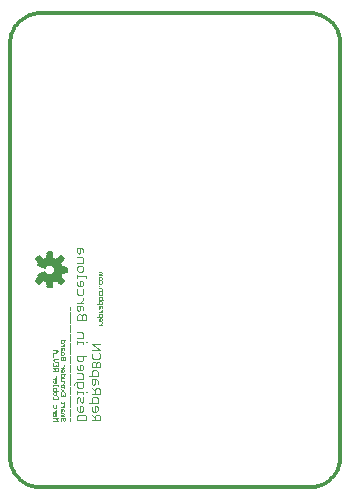
<source format=gbo>
G75*
%MOIN*%
%OFA0B0*%
%FSLAX24Y24*%
%IPPOS*%
%LPD*%
%AMOC8*
5,1,8,0,0,1.08239X$1,22.5*
%
%ADD10C,0.0120*%
%ADD11C,0.0030*%
%ADD12C,0.0010*%
%ADD13C,0.0059*%
D10*
X004883Y004781D02*
X013883Y004781D01*
X013943Y004783D01*
X014004Y004788D01*
X014063Y004797D01*
X014122Y004810D01*
X014181Y004826D01*
X014238Y004846D01*
X014293Y004869D01*
X014348Y004896D01*
X014400Y004925D01*
X014451Y004958D01*
X014500Y004994D01*
X014546Y005032D01*
X014590Y005074D01*
X014632Y005118D01*
X014670Y005164D01*
X014706Y005213D01*
X014739Y005264D01*
X014768Y005316D01*
X014795Y005371D01*
X014818Y005426D01*
X014838Y005483D01*
X014854Y005542D01*
X014867Y005601D01*
X014876Y005660D01*
X014881Y005721D01*
X014883Y005781D01*
X014883Y019581D01*
X014881Y019641D01*
X014876Y019702D01*
X014867Y019761D01*
X014854Y019820D01*
X014838Y019879D01*
X014818Y019936D01*
X014795Y019991D01*
X014768Y020046D01*
X014739Y020098D01*
X014706Y020149D01*
X014670Y020198D01*
X014632Y020244D01*
X014590Y020288D01*
X014546Y020330D01*
X014500Y020368D01*
X014451Y020404D01*
X014400Y020437D01*
X014348Y020466D01*
X014293Y020493D01*
X014238Y020516D01*
X014181Y020536D01*
X014122Y020552D01*
X014063Y020565D01*
X014004Y020574D01*
X013943Y020579D01*
X013883Y020581D01*
X004883Y020581D01*
X004823Y020579D01*
X004762Y020574D01*
X004703Y020565D01*
X004644Y020552D01*
X004585Y020536D01*
X004528Y020516D01*
X004473Y020493D01*
X004418Y020466D01*
X004366Y020437D01*
X004315Y020404D01*
X004266Y020368D01*
X004220Y020330D01*
X004176Y020288D01*
X004134Y020244D01*
X004096Y020198D01*
X004060Y020149D01*
X004027Y020098D01*
X003998Y020046D01*
X003971Y019991D01*
X003948Y019936D01*
X003928Y019879D01*
X003912Y019820D01*
X003899Y019761D01*
X003890Y019702D01*
X003885Y019641D01*
X003883Y019581D01*
X003883Y005781D01*
X003885Y005721D01*
X003890Y005660D01*
X003899Y005601D01*
X003912Y005542D01*
X003928Y005483D01*
X003948Y005426D01*
X003971Y005371D01*
X003998Y005316D01*
X004027Y005264D01*
X004060Y005213D01*
X004096Y005164D01*
X004134Y005118D01*
X004176Y005074D01*
X004220Y005032D01*
X004266Y004994D01*
X004315Y004958D01*
X004366Y004925D01*
X004418Y004896D01*
X004473Y004869D01*
X004528Y004846D01*
X004585Y004826D01*
X004644Y004810D01*
X004703Y004797D01*
X004762Y004788D01*
X004823Y004783D01*
X004883Y004781D01*
D11*
X006121Y007009D02*
X006121Y007154D01*
X006170Y007202D01*
X006363Y007202D01*
X006411Y007154D01*
X006411Y007009D01*
X006121Y007009D01*
X006170Y007304D02*
X006266Y007304D01*
X006315Y007352D01*
X006315Y007449D01*
X006266Y007497D01*
X006218Y007497D01*
X006218Y007304D01*
X006170Y007304D02*
X006121Y007352D01*
X006121Y007449D01*
X006121Y007598D02*
X006121Y007743D01*
X006170Y007792D01*
X006218Y007743D01*
X006218Y007647D01*
X006266Y007598D01*
X006315Y007647D01*
X006315Y007792D01*
X006315Y007893D02*
X006315Y007941D01*
X006121Y007941D01*
X006121Y007893D02*
X006121Y007990D01*
X006170Y008089D02*
X006121Y008138D01*
X006121Y008283D01*
X006073Y008283D02*
X006315Y008283D01*
X006315Y008138D01*
X006266Y008089D01*
X006170Y008089D01*
X006024Y008186D02*
X006024Y008234D01*
X006073Y008283D01*
X006121Y008384D02*
X006315Y008384D01*
X006315Y008529D01*
X006266Y008577D01*
X006121Y008577D01*
X006170Y008679D02*
X006266Y008679D01*
X006315Y008727D01*
X006315Y008824D01*
X006266Y008872D01*
X006218Y008872D01*
X006218Y008679D01*
X006170Y008679D02*
X006121Y008727D01*
X006121Y008824D01*
X006170Y008973D02*
X006266Y008973D01*
X006315Y009022D01*
X006315Y009167D01*
X006411Y009167D02*
X006121Y009167D01*
X006121Y009022D01*
X006170Y008973D01*
X006601Y008922D02*
X006601Y008777D01*
X006891Y008777D01*
X006891Y008922D01*
X006843Y008970D01*
X006795Y008970D01*
X006746Y008922D01*
X006746Y008777D01*
X006746Y008676D02*
X006650Y008676D01*
X006601Y008627D01*
X006601Y008482D01*
X006504Y008482D02*
X006795Y008482D01*
X006795Y008627D01*
X006746Y008676D01*
X006746Y008922D02*
X006698Y008970D01*
X006650Y008970D01*
X006601Y008922D01*
X006650Y009071D02*
X006601Y009120D01*
X006601Y009217D01*
X006650Y009265D01*
X006601Y009366D02*
X006891Y009366D01*
X006601Y009560D01*
X006891Y009560D01*
X006843Y009265D02*
X006891Y009217D01*
X006891Y009120D01*
X006843Y009071D01*
X006650Y009071D01*
X006460Y009611D02*
X006411Y009611D01*
X006315Y009611D02*
X006121Y009611D01*
X006121Y009563D02*
X006121Y009659D01*
X006121Y009759D02*
X006315Y009759D01*
X006315Y009904D01*
X006266Y009953D01*
X006121Y009953D01*
X006121Y010348D02*
X006121Y010493D01*
X006170Y010542D01*
X006218Y010542D01*
X006266Y010493D01*
X006266Y010348D01*
X006121Y010348D02*
X006411Y010348D01*
X006411Y010493D01*
X006363Y010542D01*
X006315Y010542D01*
X006266Y010493D01*
X006170Y010643D02*
X006218Y010691D01*
X006218Y010836D01*
X006266Y010836D02*
X006121Y010836D01*
X006121Y010691D01*
X006170Y010643D01*
X006315Y010691D02*
X006315Y010788D01*
X006266Y010836D01*
X006218Y010938D02*
X006315Y011034D01*
X006315Y011083D01*
X006266Y011183D02*
X006170Y011183D01*
X006121Y011232D01*
X006121Y011377D01*
X006170Y011478D02*
X006266Y011478D01*
X006315Y011526D01*
X006315Y011623D01*
X006266Y011671D01*
X006218Y011671D01*
X006218Y011478D01*
X006170Y011478D02*
X006121Y011526D01*
X006121Y011623D01*
X006121Y011772D02*
X006121Y011869D01*
X006121Y011821D02*
X006411Y011821D01*
X006411Y011772D01*
X006266Y011969D02*
X006170Y011969D01*
X006121Y012017D01*
X006121Y012114D01*
X006170Y012162D01*
X006266Y012162D01*
X006315Y012114D01*
X006315Y012017D01*
X006266Y011969D01*
X006315Y012264D02*
X006121Y012264D01*
X006121Y012457D02*
X006266Y012457D01*
X006315Y012409D01*
X006315Y012264D01*
X006170Y012558D02*
X006218Y012607D01*
X006218Y012752D01*
X006266Y012752D02*
X006121Y012752D01*
X006121Y012607D01*
X006170Y012558D01*
X006315Y012607D02*
X006315Y012703D01*
X006266Y012752D01*
X006315Y011377D02*
X006315Y011232D01*
X006266Y011183D01*
X006315Y010938D02*
X006121Y010938D01*
X006315Y009611D02*
X006315Y009563D01*
X006601Y008381D02*
X006601Y008236D01*
X006650Y008188D01*
X006698Y008236D01*
X006698Y008381D01*
X006746Y008381D02*
X006601Y008381D01*
X006746Y008381D02*
X006795Y008333D01*
X006795Y008236D01*
X006843Y008086D02*
X006746Y008086D01*
X006698Y008038D01*
X006698Y007893D01*
X006698Y007990D02*
X006601Y008086D01*
X006601Y007893D02*
X006891Y007893D01*
X006891Y008038D01*
X006843Y008086D01*
X006746Y007792D02*
X006650Y007792D01*
X006601Y007743D01*
X006601Y007598D01*
X006504Y007598D02*
X006795Y007598D01*
X006795Y007743D01*
X006746Y007792D01*
X006746Y007497D02*
X006698Y007497D01*
X006698Y007304D01*
X006746Y007304D02*
X006795Y007352D01*
X006795Y007449D01*
X006746Y007497D01*
X006601Y007449D02*
X006601Y007352D01*
X006650Y007304D01*
X006746Y007304D01*
X006746Y007202D02*
X006698Y007154D01*
X006698Y007009D01*
X006698Y007106D02*
X006601Y007202D01*
X006746Y007202D02*
X006843Y007202D01*
X006891Y007154D01*
X006891Y007009D01*
X006601Y007009D01*
X006460Y007941D02*
X006411Y007941D01*
D12*
X005880Y007983D02*
X005880Y007883D01*
X005880Y007836D02*
X005880Y007736D01*
X005880Y007688D02*
X005880Y007588D01*
X005880Y007541D02*
X005880Y007441D01*
X005880Y007394D02*
X005880Y007294D01*
X005880Y007246D02*
X005880Y007146D01*
X005880Y007099D02*
X005880Y006999D01*
X005715Y007024D02*
X005690Y006999D01*
X005665Y006999D01*
X005640Y007024D01*
X005640Y007074D01*
X005615Y007099D01*
X005590Y007099D01*
X005565Y007074D01*
X005565Y007024D01*
X005590Y006999D01*
X005475Y006999D02*
X005425Y007049D01*
X005475Y007099D01*
X005325Y007099D01*
X005350Y007146D02*
X005375Y007171D01*
X005375Y007246D01*
X005400Y007246D02*
X005325Y007246D01*
X005325Y007171D01*
X005350Y007146D01*
X005425Y007171D02*
X005425Y007221D01*
X005400Y007246D01*
X005375Y007294D02*
X005425Y007344D01*
X005425Y007369D01*
X005400Y007416D02*
X005350Y007416D01*
X005325Y007441D01*
X005325Y007516D01*
X005425Y007516D02*
X005425Y007441D01*
X005400Y007416D01*
X005425Y007294D02*
X005325Y007294D01*
X005565Y007319D02*
X005590Y007294D01*
X005615Y007319D01*
X005615Y007394D01*
X005640Y007394D02*
X005565Y007394D01*
X005565Y007319D01*
X005565Y007246D02*
X005640Y007246D01*
X005665Y007221D01*
X005640Y007196D01*
X005565Y007196D01*
X005565Y007146D02*
X005665Y007146D01*
X005665Y007171D01*
X005640Y007196D01*
X005690Y007099D02*
X005715Y007074D01*
X005715Y007024D01*
X005475Y006999D02*
X005325Y006999D01*
X005665Y007319D02*
X005665Y007369D01*
X005640Y007394D01*
X005615Y007441D02*
X005665Y007491D01*
X005665Y007516D01*
X005665Y007564D02*
X005665Y007614D01*
X005690Y007589D02*
X005590Y007589D01*
X005565Y007614D01*
X005450Y007711D02*
X005350Y007711D01*
X005325Y007736D01*
X005325Y007786D01*
X005350Y007811D01*
X005350Y007858D02*
X005325Y007883D01*
X005325Y007933D01*
X005350Y007958D01*
X005400Y007958D01*
X005425Y007933D01*
X005425Y007883D01*
X005400Y007858D01*
X005350Y007858D01*
X005450Y007811D02*
X005475Y007786D01*
X005475Y007736D01*
X005450Y007711D01*
X005565Y007809D02*
X005565Y007909D01*
X005565Y007957D02*
X005665Y008057D01*
X005665Y008104D02*
X005665Y008154D01*
X005690Y008129D02*
X005590Y008129D01*
X005565Y008154D01*
X005565Y008202D02*
X005665Y008202D01*
X005615Y008202D02*
X005665Y008252D01*
X005665Y008277D01*
X005665Y008325D02*
X005590Y008325D01*
X005565Y008350D01*
X005565Y008425D01*
X005665Y008425D01*
X005640Y008472D02*
X005665Y008497D01*
X005665Y008572D01*
X005715Y008572D02*
X005565Y008572D01*
X005565Y008497D01*
X005590Y008472D01*
X005640Y008472D01*
X005640Y008620D02*
X005665Y008645D01*
X005665Y008695D01*
X005640Y008720D01*
X005615Y008720D01*
X005615Y008620D01*
X005590Y008620D02*
X005640Y008620D01*
X005590Y008620D02*
X005565Y008645D01*
X005565Y008695D01*
X005565Y008767D02*
X005665Y008767D01*
X005615Y008767D02*
X005665Y008817D01*
X005665Y008842D01*
X005475Y008816D02*
X005475Y008916D01*
X005475Y008963D02*
X005375Y008963D01*
X005325Y009013D01*
X005375Y009063D01*
X005475Y009063D01*
X005565Y009037D02*
X005565Y009112D01*
X005590Y009137D01*
X005615Y009137D01*
X005640Y009112D01*
X005640Y009037D01*
X005565Y009037D02*
X005715Y009037D01*
X005715Y009112D01*
X005690Y009137D01*
X005665Y009137D01*
X005640Y009112D01*
X005640Y009184D02*
X005590Y009184D01*
X005565Y009209D01*
X005565Y009259D01*
X005590Y009284D01*
X005640Y009284D01*
X005665Y009259D01*
X005665Y009209D01*
X005640Y009184D01*
X005590Y009332D02*
X005615Y009357D01*
X005615Y009432D01*
X005640Y009432D02*
X005565Y009432D01*
X005565Y009357D01*
X005590Y009332D01*
X005665Y009357D02*
X005665Y009407D01*
X005640Y009432D01*
X005615Y009479D02*
X005665Y009529D01*
X005665Y009554D01*
X005640Y009602D02*
X005665Y009627D01*
X005665Y009702D01*
X005715Y009702D02*
X005565Y009702D01*
X005565Y009627D01*
X005590Y009602D01*
X005640Y009602D01*
X005665Y009479D02*
X005565Y009479D01*
X005425Y009358D02*
X005325Y009358D01*
X005400Y009358D02*
X005400Y009258D01*
X005425Y009258D02*
X005475Y009308D01*
X005425Y009358D01*
X005425Y009258D02*
X005325Y009258D01*
X005300Y009211D02*
X005300Y009111D01*
X005325Y008916D02*
X005325Y008816D01*
X005475Y008816D01*
X005450Y008769D02*
X005400Y008769D01*
X005375Y008744D01*
X005375Y008669D01*
X005325Y008669D02*
X005475Y008669D01*
X005475Y008744D01*
X005450Y008769D01*
X005400Y008816D02*
X005400Y008866D01*
X005325Y008769D02*
X005375Y008719D01*
X005425Y008474D02*
X005425Y008449D01*
X005375Y008399D01*
X005375Y008351D02*
X005375Y008251D01*
X005350Y008251D02*
X005400Y008251D01*
X005425Y008276D01*
X005425Y008326D01*
X005400Y008351D01*
X005375Y008351D01*
X005325Y008326D02*
X005325Y008276D01*
X005350Y008251D01*
X005325Y008203D02*
X005325Y008153D01*
X005325Y008178D02*
X005475Y008178D01*
X005475Y008153D01*
X005425Y008081D02*
X005425Y008006D01*
X005475Y008006D02*
X005325Y008006D01*
X005325Y008081D01*
X005350Y008106D01*
X005400Y008106D01*
X005425Y008081D01*
X005565Y008057D02*
X005665Y007957D01*
X005715Y007909D02*
X005715Y007809D01*
X005565Y007809D01*
X005640Y007809D02*
X005640Y007859D01*
X005880Y008030D02*
X005880Y008130D01*
X005880Y008178D02*
X005880Y008278D01*
X005880Y008325D02*
X005880Y008425D01*
X005880Y008472D02*
X005880Y008572D01*
X005880Y008620D02*
X005880Y008720D01*
X005880Y008767D02*
X005880Y008867D01*
X005880Y008914D02*
X005880Y009014D01*
X005880Y009061D02*
X005880Y009162D01*
X005880Y009209D02*
X005880Y009309D01*
X005880Y009356D02*
X005880Y009456D01*
X005880Y009503D02*
X005880Y009604D01*
X005880Y009651D02*
X005880Y009751D01*
X005880Y009798D02*
X005880Y009898D01*
X005880Y009945D02*
X005880Y010046D01*
X005880Y010093D02*
X005880Y010193D01*
X005880Y010240D02*
X005880Y010340D01*
X005880Y010387D02*
X005880Y010488D01*
X005880Y010535D02*
X005880Y010635D01*
X005880Y010682D02*
X005880Y010782D01*
X006780Y010886D02*
X006930Y010886D01*
X006930Y010962D01*
X006905Y010987D01*
X006855Y010987D01*
X006830Y010962D01*
X006830Y010886D01*
X006830Y010839D02*
X006830Y010764D01*
X006855Y010739D01*
X006880Y010764D01*
X006880Y010839D01*
X006905Y010839D02*
X006830Y010839D01*
X006905Y010839D02*
X006930Y010814D01*
X006930Y010764D01*
X006930Y010691D02*
X006930Y010666D01*
X006880Y010616D01*
X006830Y010616D02*
X006930Y010616D01*
X006905Y010569D02*
X006855Y010569D01*
X006830Y010544D01*
X006830Y010469D01*
X006780Y010469D02*
X006930Y010469D01*
X006930Y010544D01*
X006905Y010569D01*
X006905Y010422D02*
X006880Y010422D01*
X006880Y010322D01*
X006855Y010322D02*
X006905Y010322D01*
X006930Y010347D01*
X006930Y010397D01*
X006905Y010422D01*
X006830Y010397D02*
X006830Y010347D01*
X006855Y010322D01*
X006930Y010274D02*
X006930Y010249D01*
X006880Y010199D01*
X006830Y010199D02*
X006930Y010199D01*
X006930Y011034D02*
X006930Y011109D01*
X006905Y011134D01*
X006855Y011134D01*
X006830Y011109D01*
X006830Y011034D01*
X006980Y011034D01*
X006905Y011181D02*
X006855Y011181D01*
X006830Y011206D01*
X006830Y011281D01*
X006830Y011328D02*
X006930Y011328D01*
X006930Y011403D01*
X006905Y011429D01*
X006830Y011429D01*
X006830Y011476D02*
X006830Y011501D01*
X006855Y011501D01*
X006855Y011476D01*
X006830Y011476D01*
X006855Y011549D02*
X006830Y011574D01*
X006830Y011650D01*
X006855Y011697D02*
X006830Y011722D01*
X006830Y011772D01*
X006855Y011797D01*
X006905Y011797D01*
X006930Y011772D01*
X006930Y011722D01*
X006905Y011697D01*
X006855Y011697D01*
X006930Y011650D02*
X006930Y011574D01*
X006905Y011549D01*
X006855Y011549D01*
X006930Y011281D02*
X006930Y011206D01*
X006905Y011181D01*
X006930Y011844D02*
X006830Y011844D01*
X006830Y011894D02*
X006905Y011894D01*
X006930Y011919D01*
X006905Y011944D01*
X006830Y011944D01*
X006905Y011894D02*
X006930Y011869D01*
X006930Y011844D01*
X005425Y008399D02*
X005325Y008399D01*
X005565Y007441D02*
X005665Y007441D01*
D13*
X005274Y011440D02*
X005130Y011440D01*
X005111Y011631D01*
X005047Y011651D01*
X004987Y011682D01*
X004839Y011561D01*
X004737Y011663D01*
X004858Y011811D01*
X004827Y011871D01*
X005032Y011956D01*
X005053Y011918D01*
X005082Y011886D01*
X005118Y011862D01*
X005159Y011847D01*
X005202Y011842D01*
X005246Y011847D01*
X005287Y011863D01*
X005324Y011887D01*
X005353Y011920D01*
X005374Y011959D01*
X005385Y012002D01*
X005386Y012046D01*
X005376Y012089D01*
X005356Y012129D01*
X005327Y012162D01*
X005291Y012188D01*
X005250Y012204D01*
X005206Y012211D01*
X005162Y012206D01*
X005121Y012192D01*
X005084Y012168D01*
X005053Y012135D01*
X005032Y012097D01*
X004827Y012182D01*
X004858Y012241D01*
X004737Y012390D01*
X004839Y012492D01*
X004987Y012371D01*
X005047Y012401D01*
X005111Y012422D01*
X005130Y012612D01*
X005274Y012612D01*
X005294Y012422D01*
X005358Y012401D01*
X005417Y012371D01*
X005566Y012492D01*
X005668Y012390D01*
X005547Y012241D01*
X005577Y012182D01*
X005598Y012118D01*
X005361Y012118D01*
X005382Y012061D02*
X005788Y012061D01*
X005788Y012098D02*
X005788Y011954D01*
X005598Y011935D01*
X005577Y011871D01*
X005547Y011811D01*
X005668Y011663D01*
X005566Y011561D01*
X005417Y011682D01*
X005358Y011651D01*
X005294Y011631D01*
X005274Y011440D01*
X005279Y011485D02*
X005126Y011485D01*
X005120Y011543D02*
X005285Y011543D01*
X005290Y011600D02*
X005114Y011600D01*
X005034Y011658D02*
X005370Y011658D01*
X005447Y011658D02*
X005663Y011658D01*
X005625Y011715D02*
X004780Y011715D01*
X004742Y011658D02*
X004957Y011658D01*
X004887Y011600D02*
X004799Y011600D01*
X004827Y011773D02*
X005578Y011773D01*
X005556Y011830D02*
X004848Y011830D01*
X004868Y011888D02*
X005081Y011888D01*
X005037Y011945D02*
X005007Y011945D01*
X004980Y012118D02*
X005044Y012118D01*
X005096Y012176D02*
X004842Y012176D01*
X004854Y012233D02*
X005551Y012233D01*
X005579Y012176D02*
X005308Y012176D01*
X005385Y012003D02*
X005788Y012003D01*
X005788Y012098D02*
X005598Y012118D01*
X005587Y012291D02*
X004818Y012291D01*
X004771Y012348D02*
X005634Y012348D01*
X005652Y012406D02*
X005461Y012406D01*
X005531Y012463D02*
X005594Y012463D01*
X005343Y012406D02*
X005061Y012406D01*
X005115Y012463D02*
X005289Y012463D01*
X005283Y012521D02*
X005121Y012521D01*
X005127Y012579D02*
X005278Y012579D01*
X004944Y012406D02*
X004753Y012406D01*
X004810Y012463D02*
X004873Y012463D01*
X005367Y011945D02*
X005702Y011945D01*
X005583Y011888D02*
X005324Y011888D01*
X005518Y011600D02*
X005605Y011600D01*
M02*

</source>
